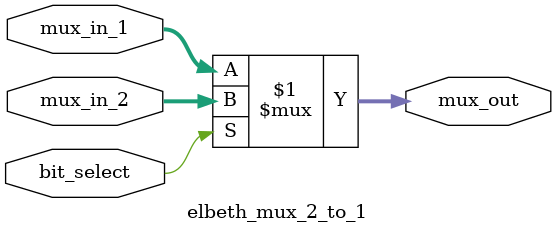
<source format=v>
module elbeth_mux_2_to_1(
	input [31:0]		mux_in_1,
	input [31:0]		mux_in_2,
	input 				bit_select,
	output [31:0]		mux_out
    );

	assign mux_out = (bit_select) ? mux_in_2 : mux_in_1; 
	 
endmodule // elbeth_mux_2_to_1
</source>
